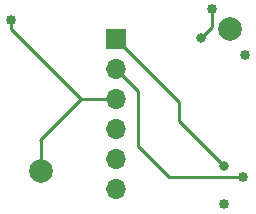
<source format=gbr>
%TF.GenerationSoftware,KiCad,Pcbnew,8.0.5*%
%TF.CreationDate,2024-11-24T16:22:37-07:00*%
%TF.ProjectId,ProgrammingBed,50726f67-7261-46d6-9d69-6e674265642e,rev?*%
%TF.SameCoordinates,Original*%
%TF.FileFunction,Copper,L1,Top*%
%TF.FilePolarity,Positive*%
%FSLAX46Y46*%
G04 Gerber Fmt 4.6, Leading zero omitted, Abs format (unit mm)*
G04 Created by KiCad (PCBNEW 8.0.5) date 2024-11-24 16:22:37*
%MOMM*%
%LPD*%
G01*
G04 APERTURE LIST*
%TA.AperFunction,ComponentPad*%
%ADD10C,2.000000*%
%TD*%
%TA.AperFunction,ComponentPad*%
%ADD11R,1.700000X1.700000*%
%TD*%
%TA.AperFunction,ComponentPad*%
%ADD12O,1.700000X1.700000*%
%TD*%
%TA.AperFunction,ComponentPad*%
%ADD13C,0.850000*%
%TD*%
%TA.AperFunction,ViaPad*%
%ADD14C,0.800000*%
%TD*%
%TA.AperFunction,Conductor*%
%ADD15C,0.254000*%
%TD*%
%TA.AperFunction,Conductor*%
%ADD16C,0.250000*%
%TD*%
G04 APERTURE END LIST*
D10*
%TO.P,H2,1,1*%
%TO.N,Net-(H2-Pad1)*%
X-6400000Y-4800000D03*
%TD*%
D11*
%TO.P,J1,1,Pin_1*%
%TO.N,Net-(J1-Pad1)*%
X0Y6350000D03*
D12*
%TO.P,J1,2,Pin_2*%
%TO.N,Net-(H1-Pad1)*%
X0Y3810000D03*
%TO.P,J1,3,Pin_3*%
%TO.N,Net-(H2-Pad1)*%
X0Y1270000D03*
%TO.P,J1,4,Pin_4*%
%TO.N,Net-(J1-Pad4)*%
X0Y-1270000D03*
%TO.P,J1,5,Pin_5*%
%TO.N,Net-(J1-Pad5)*%
X0Y-3810000D03*
%TO.P,J1,6,Pin_6*%
%TO.N,unconnected-(J1-Pad6)*%
X0Y-6350000D03*
%TD*%
D10*
%TO.P,H1,1,1*%
%TO.N,Net-(H1-Pad1)*%
X9600000Y7200000D03*
%TD*%
D13*
%TO.P,J5,1,Pin_1*%
%TO.N,Net-(J1-Pad4)*%
X8100000Y8850000D03*
%TD*%
%TO.P,J2,1,Pin_1*%
%TO.N,Net-(J1-Pad1)*%
X9110000Y-7610000D03*
%TD*%
%TO.P,J3,1,Pin_1*%
%TO.N,Net-(H1-Pad1)*%
X10700000Y-5300000D03*
%TD*%
%TO.P,J4,1,Pin_1*%
%TO.N,Net-(H2-Pad1)*%
X-8900000Y7950000D03*
%TD*%
%TO.P,J6,1,Pin_1*%
%TO.N,Net-(J1-Pad5)*%
X10900000Y5000000D03*
%TD*%
D14*
%TO.N,Net-(J1-Pad1)*%
X9110000Y-4380000D03*
%TO.N,Net-(J1-Pad4)*%
X7200000Y6450000D03*
%TD*%
D15*
%TO.N,Net-(J1-Pad1)*%
X9090000Y-4360000D02*
X9110000Y-4380000D01*
X9080000Y-4360000D02*
X9090000Y-4360000D01*
X5350000Y-630000D02*
X9080000Y-4360000D01*
X5350000Y-320000D02*
X5350000Y-630000D01*
X5350000Y-320000D02*
X5350000Y1000000D01*
X5350000Y-600000D02*
X5350000Y-320000D01*
X5350000Y1000000D02*
X0Y6350000D01*
D16*
%TO.N,Net-(H1-Pad1)*%
X1850000Y1940000D02*
X1860000Y1950000D01*
X1850000Y-2700000D02*
X1850000Y1940000D01*
X4450000Y-5300000D02*
X1850000Y-2700000D01*
X1860000Y1950000D02*
X0Y3810000D01*
X10700000Y-5300000D02*
X4450000Y-5300000D01*
D15*
%TO.N,Net-(H2-Pad1)*%
X-6400000Y-2250000D02*
X-6450000Y-2200000D01*
X-2980000Y1270000D02*
X-6450000Y-2200000D01*
X-6400000Y-4800000D02*
X-6400000Y-2250000D01*
D16*
X-8900000Y7190000D02*
X-2980000Y1270000D01*
D15*
X0Y1270000D02*
X-2980000Y1270000D01*
D16*
X-8900000Y7950000D02*
X-8900000Y7190000D01*
D15*
%TO.N,Net-(J1-Pad4)*%
X7200000Y6450000D02*
X8100000Y7350000D01*
X8100000Y7350000D02*
X8100000Y8850000D01*
%TD*%
M02*

</source>
